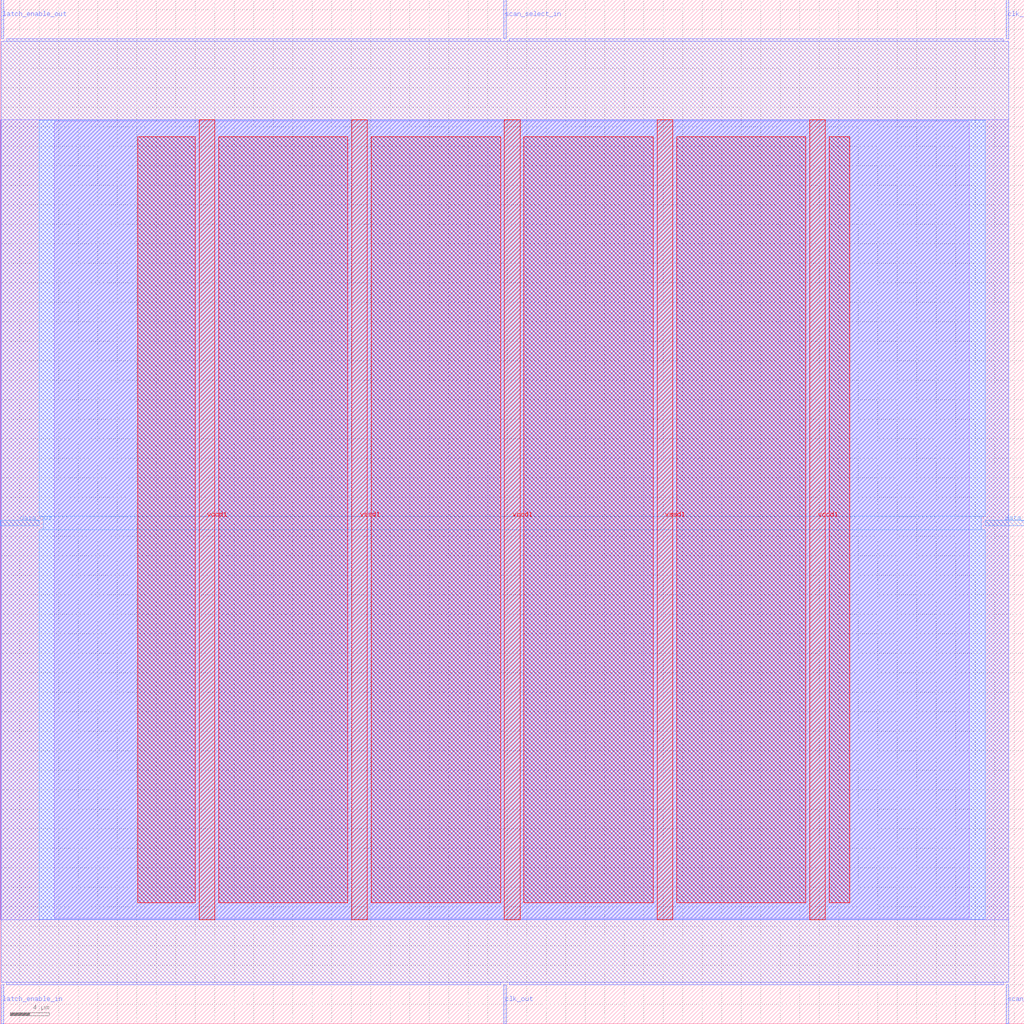
<source format=lef>
VERSION 5.7 ;
  NOWIREEXTENSIONATPIN ON ;
  DIVIDERCHAR "/" ;
  BUSBITCHARS "[]" ;
MACRO scan_wrapper_341449297858921043
  CLASS BLOCK ;
  FOREIGN scan_wrapper_341449297858921043 ;
  ORIGIN 0.000 0.000 ;
  SIZE 105.000 BY 105.000 ;
  PIN clk_in
    DIRECTION INPUT ;
    USE SIGNAL ;
    PORT
      LAYER met2 ;
        RECT 103.130 101.000 103.410 105.000 ;
    END
  END clk_in
  PIN clk_out
    DIRECTION OUTPUT TRISTATE ;
    USE SIGNAL ;
    PORT
      LAYER met2 ;
        RECT 51.610 0.000 51.890 4.000 ;
    END
  END clk_out
  PIN data_in
    DIRECTION INPUT ;
    USE SIGNAL ;
    PORT
      LAYER met3 ;
        RECT 101.000 51.040 105.000 51.640 ;
    END
  END data_in
  PIN data_out
    DIRECTION OUTPUT TRISTATE ;
    USE SIGNAL ;
    PORT
      LAYER met3 ;
        RECT 0.000 51.040 4.000 51.640 ;
    END
  END data_out
  PIN latch_enable_in
    DIRECTION INPUT ;
    USE SIGNAL ;
    PORT
      LAYER met2 ;
        RECT 0.090 0.000 0.370 4.000 ;
    END
  END latch_enable_in
  PIN latch_enable_out
    DIRECTION OUTPUT TRISTATE ;
    USE SIGNAL ;
    PORT
      LAYER met2 ;
        RECT 0.090 101.000 0.370 105.000 ;
    END
  END latch_enable_out
  PIN scan_select_in
    DIRECTION INPUT ;
    USE SIGNAL ;
    PORT
      LAYER met2 ;
        RECT 51.610 101.000 51.890 105.000 ;
    END
  END scan_select_in
  PIN scan_select_out
    DIRECTION OUTPUT TRISTATE ;
    USE SIGNAL ;
    PORT
      LAYER met2 ;
        RECT 103.130 0.000 103.410 4.000 ;
    END
  END scan_select_out
  PIN vccd1
    DIRECTION INPUT ;
    USE POWER ;
    PORT
      LAYER met4 ;
        RECT 20.380 10.640 21.980 92.720 ;
    END
    PORT
      LAYER met4 ;
        RECT 51.700 10.640 53.300 92.720 ;
    END
    PORT
      LAYER met4 ;
        RECT 83.020 10.640 84.620 92.720 ;
    END
  END vccd1
  PIN vssd1
    DIRECTION INPUT ;
    USE GROUND ;
    PORT
      LAYER met4 ;
        RECT 36.040 10.640 37.640 92.720 ;
    END
    PORT
      LAYER met4 ;
        RECT 67.360 10.640 68.960 92.720 ;
    END
  END vssd1
  OBS
      LAYER li1 ;
        RECT 5.520 10.795 99.360 92.565 ;
      LAYER met1 ;
        RECT 0.070 10.640 103.430 92.720 ;
      LAYER met2 ;
        RECT 0.650 100.720 51.330 101.000 ;
        RECT 52.170 100.720 102.850 101.000 ;
        RECT 0.100 4.280 103.400 100.720 ;
        RECT 0.650 4.000 51.330 4.280 ;
        RECT 52.170 4.000 102.850 4.280 ;
      LAYER met3 ;
        RECT 4.000 52.040 101.000 92.645 ;
        RECT 4.400 50.640 100.600 52.040 ;
        RECT 4.000 10.715 101.000 50.640 ;
      LAYER met4 ;
        RECT 14.095 12.415 19.980 90.945 ;
        RECT 22.380 12.415 35.640 90.945 ;
        RECT 38.040 12.415 51.300 90.945 ;
        RECT 53.700 12.415 66.960 90.945 ;
        RECT 69.360 12.415 82.620 90.945 ;
        RECT 85.020 12.415 87.105 90.945 ;
  END
END scan_wrapper_341449297858921043
END LIBRARY


</source>
